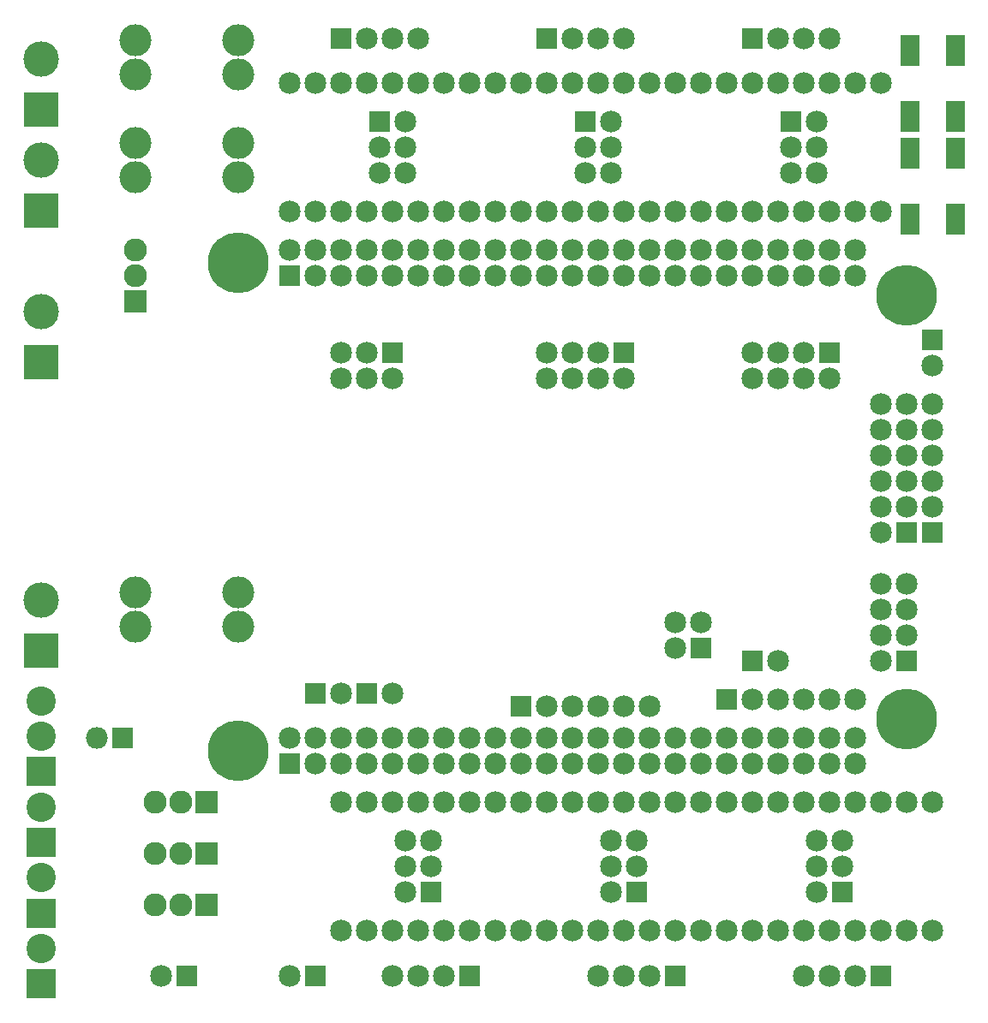
<source format=gbs>
G04 #@! TF.FileFunction,Soldermask,Bot*
%FSLAX46Y46*%
G04 Gerber Fmt 4.6, Leading zero omitted, Abs format (unit mm)*
G04 Created by KiCad (PCBNEW (after 2015-may-25 BZR unknown)-product) date 10/06/2015 1:45:06 PM*
%MOMM*%
G01*
G04 APERTURE LIST*
%ADD10C,0.150000*%
%ADD11C,3.508000*%
%ADD12R,3.508000X3.508000*%
%ADD13R,2.159000X2.159000*%
%ADD14O,2.159000X2.159000*%
%ADD15C,3.158000*%
%ADD16C,2.159000*%
%ADD17C,2.286000*%
%ADD18R,2.286000X2.286000*%
%ADD19R,2.159000X2.032000*%
%ADD20R,1.905000X3.007360*%
%ADD21C,2.908000*%
%ADD22R,2.908000X2.908000*%
%ADD23C,6.008000*%
G04 APERTURE END LIST*
D10*
D11*
X19900000Y87900000D03*
D12*
X19900000Y82900000D03*
D13*
X27940000Y45720000D03*
D14*
X25400000Y45720000D03*
D15*
X29190000Y111330000D03*
X29190000Y114730000D03*
X39390000Y111330000D03*
X39390000Y114730000D03*
D13*
X46990000Y50165000D03*
D16*
X49530000Y50165000D03*
D13*
X52070000Y50165000D03*
D16*
X54610000Y50165000D03*
D13*
X90170000Y53340000D03*
D16*
X92710000Y53340000D03*
D17*
X29210000Y91440000D03*
X29210000Y93980000D03*
D18*
X29210000Y88900000D03*
D17*
X33655000Y34290000D03*
X31115000Y34290000D03*
D18*
X36195000Y34290000D03*
D17*
X33655000Y29210000D03*
X31115000Y29210000D03*
D18*
X36195000Y29210000D03*
D17*
X33655000Y39370000D03*
X31115000Y39370000D03*
D18*
X36195000Y39370000D03*
D19*
X49530000Y114935000D03*
D16*
X52070000Y114935000D03*
X54610000Y114935000D03*
X57150000Y114935000D03*
D19*
X69850000Y114935000D03*
D16*
X72390000Y114935000D03*
X74930000Y114935000D03*
X77470000Y114935000D03*
D19*
X90170000Y114935000D03*
D16*
X92710000Y114935000D03*
X95250000Y114935000D03*
X97790000Y114935000D03*
D19*
X102870000Y22225000D03*
D16*
X100330000Y22225000D03*
X97790000Y22225000D03*
X95250000Y22225000D03*
D20*
X105699560Y103578660D03*
X110200440Y103578660D03*
X105699560Y97078800D03*
X110200440Y97078800D03*
D19*
X82550000Y22225000D03*
D16*
X80010000Y22225000D03*
X77470000Y22225000D03*
X74930000Y22225000D03*
D19*
X62230000Y22225000D03*
D16*
X59690000Y22225000D03*
X57150000Y22225000D03*
X54610000Y22225000D03*
D13*
X46990000Y22225000D03*
D16*
X44450000Y22225000D03*
D13*
X34290000Y22225000D03*
D16*
X31750000Y22225000D03*
D13*
X107950000Y85090000D03*
D16*
X107950000Y82550000D03*
D13*
X107950000Y66040000D03*
D16*
X107950000Y68580000D03*
X107950000Y71120000D03*
X107950000Y73660000D03*
X107950000Y76200000D03*
X107950000Y78740000D03*
D13*
X105410000Y66040000D03*
D16*
X102870000Y66040000D03*
X105410000Y68580000D03*
X102870000Y68580000D03*
X105410000Y71120000D03*
X102870000Y71120000D03*
X105410000Y73660000D03*
X102870000Y73660000D03*
X105410000Y76200000D03*
X102870000Y76200000D03*
X105410000Y78740000D03*
X102870000Y78740000D03*
D20*
X105699560Y113738660D03*
X110200440Y113738660D03*
X105699560Y107238800D03*
X110200440Y107238800D03*
D13*
X67310000Y48895000D03*
D16*
X69850000Y48895000D03*
X72390000Y48895000D03*
X74930000Y48895000D03*
X77470000Y48895000D03*
X80010000Y48895000D03*
D13*
X87630000Y49530000D03*
D16*
X90170000Y49530000D03*
X92710000Y49530000D03*
X95250000Y49530000D03*
X97790000Y49530000D03*
X100330000Y49530000D03*
D13*
X44450000Y43180000D03*
D16*
X44450000Y45720000D03*
X46990000Y43180000D03*
X46990000Y45720000D03*
X49530000Y43180000D03*
X49530000Y45720000D03*
X52070000Y43180000D03*
X52070000Y45720000D03*
X54610000Y43180000D03*
X54610000Y45720000D03*
X57150000Y43180000D03*
X57150000Y45720000D03*
X59690000Y43180000D03*
X59690000Y45720000D03*
X62230000Y43180000D03*
X62230000Y45720000D03*
X64770000Y43180000D03*
X64770000Y45720000D03*
X67310000Y43180000D03*
X67310000Y45720000D03*
X69850000Y43180000D03*
X69850000Y45720000D03*
X72390000Y43180000D03*
X72390000Y45720000D03*
X74930000Y43180000D03*
X74930000Y45720000D03*
X77470000Y43180000D03*
X77470000Y45720000D03*
X80010000Y43180000D03*
X80010000Y45720000D03*
X82550000Y43180000D03*
X82550000Y45720000D03*
X85090000Y43180000D03*
X85090000Y45720000D03*
X87630000Y43180000D03*
X87630000Y45720000D03*
X90170000Y43180000D03*
X90170000Y45720000D03*
X92710000Y43180000D03*
X92710000Y45720000D03*
X95250000Y43180000D03*
X95250000Y45720000D03*
X97790000Y43180000D03*
X97790000Y45720000D03*
X100330000Y43180000D03*
X100330000Y45720000D03*
D13*
X44450000Y91440000D03*
D16*
X44450000Y93980000D03*
X46990000Y91440000D03*
X46990000Y93980000D03*
X49530000Y91440000D03*
X49530000Y93980000D03*
X52070000Y91440000D03*
X52070000Y93980000D03*
X54610000Y91440000D03*
X54610000Y93980000D03*
X57150000Y91440000D03*
X57150000Y93980000D03*
X59690000Y91440000D03*
X59690000Y93980000D03*
X62230000Y91440000D03*
X62230000Y93980000D03*
X64770000Y91440000D03*
X64770000Y93980000D03*
X67310000Y91440000D03*
X67310000Y93980000D03*
X69850000Y91440000D03*
X69850000Y93980000D03*
X72390000Y91440000D03*
X72390000Y93980000D03*
X74930000Y91440000D03*
X74930000Y93980000D03*
X77470000Y91440000D03*
X77470000Y93980000D03*
X80010000Y91440000D03*
X80010000Y93980000D03*
X82550000Y91440000D03*
X82550000Y93980000D03*
X85090000Y91440000D03*
X85090000Y93980000D03*
X87630000Y91440000D03*
X87630000Y93980000D03*
X90170000Y91440000D03*
X90170000Y93980000D03*
X92710000Y91440000D03*
X92710000Y93980000D03*
X95250000Y91440000D03*
X95250000Y93980000D03*
X97790000Y91440000D03*
X97790000Y93980000D03*
X100330000Y91440000D03*
X100330000Y93980000D03*
X67310000Y39370000D03*
X64770000Y39370000D03*
X62230000Y39370000D03*
X59690000Y39370000D03*
X57150000Y39370000D03*
X54610000Y39370000D03*
X52070000Y39370000D03*
X49530000Y39370000D03*
X49530000Y26670000D03*
X52070000Y26670000D03*
X54610000Y26670000D03*
X57150000Y26670000D03*
X59690000Y26670000D03*
X62230000Y26670000D03*
X64770000Y26670000D03*
X67310000Y26670000D03*
X87630000Y39370000D03*
X85090000Y39370000D03*
X82550000Y39370000D03*
X80010000Y39370000D03*
X77470000Y39370000D03*
X74930000Y39370000D03*
X72390000Y39370000D03*
X69850000Y39370000D03*
X69850000Y26670000D03*
X72390000Y26670000D03*
X74930000Y26670000D03*
X77470000Y26670000D03*
X80010000Y26670000D03*
X82550000Y26670000D03*
X85090000Y26670000D03*
X87630000Y26670000D03*
X107950000Y39370000D03*
X105410000Y39370000D03*
X102870000Y39370000D03*
X100330000Y39370000D03*
X97790000Y39370000D03*
X95250000Y39370000D03*
X92710000Y39370000D03*
X90170000Y39370000D03*
X90170000Y26670000D03*
X92710000Y26670000D03*
X95250000Y26670000D03*
X97790000Y26670000D03*
X100330000Y26670000D03*
X102870000Y26670000D03*
X105410000Y26670000D03*
X107950000Y26670000D03*
X85090000Y97790000D03*
X87630000Y97790000D03*
X90170000Y97790000D03*
X92710000Y97790000D03*
X95250000Y97790000D03*
X97790000Y97790000D03*
X100330000Y97790000D03*
X102870000Y97790000D03*
X102870000Y110490000D03*
X100330000Y110490000D03*
X97790000Y110490000D03*
X95250000Y110490000D03*
X92710000Y110490000D03*
X90170000Y110490000D03*
X87630000Y110490000D03*
X85090000Y110490000D03*
X64770000Y97790000D03*
X67310000Y97790000D03*
X69850000Y97790000D03*
X72390000Y97790000D03*
X74930000Y97790000D03*
X77470000Y97790000D03*
X80010000Y97790000D03*
X82550000Y97790000D03*
X82550000Y110490000D03*
X80010000Y110490000D03*
X77470000Y110490000D03*
X74930000Y110490000D03*
X72390000Y110490000D03*
X69850000Y110490000D03*
X67310000Y110490000D03*
X64770000Y110490000D03*
X44450000Y97790000D03*
X46990000Y97790000D03*
X49530000Y97790000D03*
X52070000Y97790000D03*
X54610000Y97790000D03*
X57150000Y97790000D03*
X59690000Y97790000D03*
X62230000Y97790000D03*
X62230000Y110490000D03*
X59690000Y110490000D03*
X57150000Y110490000D03*
X54610000Y110490000D03*
X52070000Y110490000D03*
X49530000Y110490000D03*
X46990000Y110490000D03*
X44450000Y110490000D03*
D11*
X19900000Y59400000D03*
D12*
X19900000Y54400000D03*
D11*
X19900000Y112900000D03*
D12*
X19900000Y107900000D03*
D11*
X19900000Y102900000D03*
D12*
X19900000Y97900000D03*
D21*
X19900000Y38900000D03*
D22*
X19900000Y35400000D03*
D21*
X19900000Y24900000D03*
D22*
X19900000Y21400000D03*
D21*
X19900000Y31900000D03*
D22*
X19900000Y28400000D03*
D21*
X19900000Y45900000D03*
D22*
X19900000Y42400000D03*
D21*
X19900000Y49400000D03*
D23*
X105410000Y47625000D03*
X39370000Y44450000D03*
X39370000Y92710000D03*
X105410000Y89535000D03*
D13*
X97790000Y83820000D03*
D16*
X97790000Y81280000D03*
X95250000Y83820000D03*
X95250000Y81280000D03*
X92710000Y83820000D03*
X92710000Y81280000D03*
X90170000Y83820000D03*
X90170000Y81280000D03*
D13*
X77470000Y83820000D03*
D16*
X77470000Y81280000D03*
X74930000Y83820000D03*
X74930000Y81280000D03*
X72390000Y83820000D03*
X72390000Y81280000D03*
X69850000Y83820000D03*
X69850000Y81280000D03*
D13*
X105410000Y53340000D03*
D16*
X102870000Y53340000D03*
X105410000Y55880000D03*
X102870000Y55880000D03*
X105410000Y58420000D03*
X102870000Y58420000D03*
X105410000Y60960000D03*
X102870000Y60960000D03*
D13*
X78740000Y30480000D03*
D16*
X76200000Y30480000D03*
X78740000Y33020000D03*
X76200000Y33020000D03*
X78740000Y35560000D03*
X76200000Y35560000D03*
D13*
X99060000Y30480000D03*
D16*
X96520000Y30480000D03*
X99060000Y33020000D03*
X96520000Y33020000D03*
X99060000Y35560000D03*
X96520000Y35560000D03*
D13*
X58420000Y30480000D03*
D16*
X55880000Y30480000D03*
X58420000Y33020000D03*
X55880000Y33020000D03*
X58420000Y35560000D03*
X55880000Y35560000D03*
D13*
X93980000Y106680000D03*
D16*
X96520000Y106680000D03*
X93980000Y104140000D03*
X96520000Y104140000D03*
X93980000Y101600000D03*
X96520000Y101600000D03*
D13*
X73660000Y106680000D03*
D16*
X76200000Y106680000D03*
X73660000Y104140000D03*
X76200000Y104140000D03*
X73660000Y101600000D03*
X76200000Y101600000D03*
D13*
X53340000Y106680000D03*
D16*
X55880000Y106680000D03*
X53340000Y104140000D03*
X55880000Y104140000D03*
X53340000Y101600000D03*
X55880000Y101600000D03*
D13*
X54610000Y83820000D03*
D16*
X54610000Y81280000D03*
X52070000Y83820000D03*
X52070000Y81280000D03*
X49530000Y83820000D03*
X49530000Y81280000D03*
D13*
X85090000Y54610000D03*
D16*
X82550000Y54610000D03*
X85090000Y57150000D03*
X82550000Y57150000D03*
D15*
X29190000Y56720000D03*
X29190000Y60120000D03*
X39390000Y56720000D03*
X39390000Y60120000D03*
X29190000Y101170000D03*
X29190000Y104570000D03*
X39390000Y101170000D03*
X39390000Y104570000D03*
M02*

</source>
